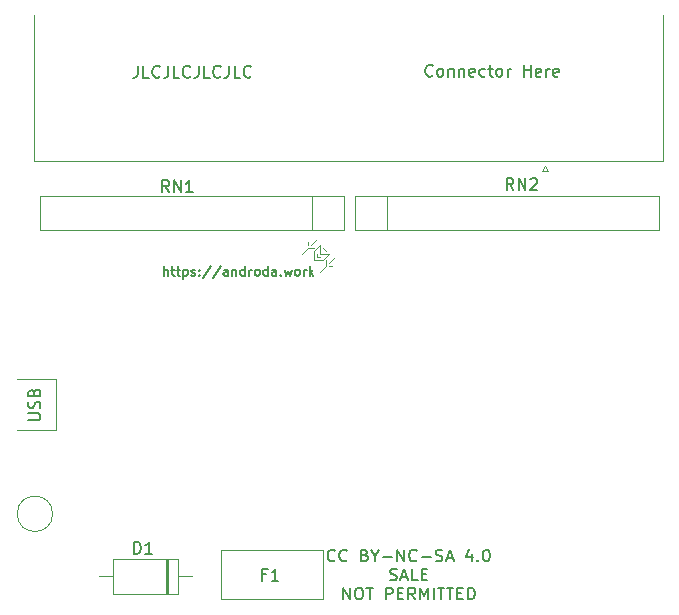
<source format=gbr>
%TF.GenerationSoftware,KiCad,Pcbnew,6.0.5-a6ca702e91~116~ubuntu21.10.1*%
%TF.CreationDate,2022-08-24T06:01:09-06:00*%
%TF.ProjectId,DB25m_F4Lite_THTV1_1,44423235-6d5f-4463-944c-6974655f5448,rev?*%
%TF.SameCoordinates,Original*%
%TF.FileFunction,Legend,Top*%
%TF.FilePolarity,Positive*%
%FSLAX46Y46*%
G04 Gerber Fmt 4.6, Leading zero omitted, Abs format (unit mm)*
G04 Created by KiCad (PCBNEW 6.0.5-a6ca702e91~116~ubuntu21.10.1) date 2022-08-24 06:01:09*
%MOMM*%
%LPD*%
G01*
G04 APERTURE LIST*
%ADD10C,0.150000*%
%ADD11C,0.120000*%
G04 APERTURE END LIST*
D10*
X142966190Y-47187142D02*
X142918571Y-47234761D01*
X142775714Y-47282380D01*
X142680476Y-47282380D01*
X142537619Y-47234761D01*
X142442380Y-47139523D01*
X142394761Y-47044285D01*
X142347142Y-46853809D01*
X142347142Y-46710952D01*
X142394761Y-46520476D01*
X142442380Y-46425238D01*
X142537619Y-46330000D01*
X142680476Y-46282380D01*
X142775714Y-46282380D01*
X142918571Y-46330000D01*
X142966190Y-46377619D01*
X143537619Y-47282380D02*
X143442380Y-47234761D01*
X143394761Y-47187142D01*
X143347142Y-47091904D01*
X143347142Y-46806190D01*
X143394761Y-46710952D01*
X143442380Y-46663333D01*
X143537619Y-46615714D01*
X143680476Y-46615714D01*
X143775714Y-46663333D01*
X143823333Y-46710952D01*
X143870952Y-46806190D01*
X143870952Y-47091904D01*
X143823333Y-47187142D01*
X143775714Y-47234761D01*
X143680476Y-47282380D01*
X143537619Y-47282380D01*
X144299523Y-46615714D02*
X144299523Y-47282380D01*
X144299523Y-46710952D02*
X144347142Y-46663333D01*
X144442380Y-46615714D01*
X144585238Y-46615714D01*
X144680476Y-46663333D01*
X144728095Y-46758571D01*
X144728095Y-47282380D01*
X145204285Y-46615714D02*
X145204285Y-47282380D01*
X145204285Y-46710952D02*
X145251904Y-46663333D01*
X145347142Y-46615714D01*
X145490000Y-46615714D01*
X145585238Y-46663333D01*
X145632857Y-46758571D01*
X145632857Y-47282380D01*
X146490000Y-47234761D02*
X146394761Y-47282380D01*
X146204285Y-47282380D01*
X146109047Y-47234761D01*
X146061428Y-47139523D01*
X146061428Y-46758571D01*
X146109047Y-46663333D01*
X146204285Y-46615714D01*
X146394761Y-46615714D01*
X146490000Y-46663333D01*
X146537619Y-46758571D01*
X146537619Y-46853809D01*
X146061428Y-46949047D01*
X147394761Y-47234761D02*
X147299523Y-47282380D01*
X147109047Y-47282380D01*
X147013809Y-47234761D01*
X146966190Y-47187142D01*
X146918571Y-47091904D01*
X146918571Y-46806190D01*
X146966190Y-46710952D01*
X147013809Y-46663333D01*
X147109047Y-46615714D01*
X147299523Y-46615714D01*
X147394761Y-46663333D01*
X147680476Y-46615714D02*
X148061428Y-46615714D01*
X147823333Y-46282380D02*
X147823333Y-47139523D01*
X147870952Y-47234761D01*
X147966190Y-47282380D01*
X148061428Y-47282380D01*
X148537619Y-47282380D02*
X148442380Y-47234761D01*
X148394761Y-47187142D01*
X148347142Y-47091904D01*
X148347142Y-46806190D01*
X148394761Y-46710952D01*
X148442380Y-46663333D01*
X148537619Y-46615714D01*
X148680476Y-46615714D01*
X148775714Y-46663333D01*
X148823333Y-46710952D01*
X148870952Y-46806190D01*
X148870952Y-47091904D01*
X148823333Y-47187142D01*
X148775714Y-47234761D01*
X148680476Y-47282380D01*
X148537619Y-47282380D01*
X149299523Y-47282380D02*
X149299523Y-46615714D01*
X149299523Y-46806190D02*
X149347142Y-46710952D01*
X149394761Y-46663333D01*
X149490000Y-46615714D01*
X149585238Y-46615714D01*
X150680476Y-47282380D02*
X150680476Y-46282380D01*
X150680476Y-46758571D02*
X151251904Y-46758571D01*
X151251904Y-47282380D02*
X151251904Y-46282380D01*
X152109047Y-47234761D02*
X152013809Y-47282380D01*
X151823333Y-47282380D01*
X151728095Y-47234761D01*
X151680476Y-47139523D01*
X151680476Y-46758571D01*
X151728095Y-46663333D01*
X151823333Y-46615714D01*
X152013809Y-46615714D01*
X152109047Y-46663333D01*
X152156666Y-46758571D01*
X152156666Y-46853809D01*
X151680476Y-46949047D01*
X152585238Y-47282380D02*
X152585238Y-46615714D01*
X152585238Y-46806190D02*
X152632857Y-46710952D01*
X152680476Y-46663333D01*
X152775714Y-46615714D01*
X152870952Y-46615714D01*
X153585238Y-47234761D02*
X153490000Y-47282380D01*
X153299523Y-47282380D01*
X153204285Y-47234761D01*
X153156666Y-47139523D01*
X153156666Y-46758571D01*
X153204285Y-46663333D01*
X153299523Y-46615714D01*
X153490000Y-46615714D01*
X153585238Y-46663333D01*
X153632857Y-46758571D01*
X153632857Y-46853809D01*
X153156666Y-46949047D01*
X134691904Y-88237142D02*
X134644285Y-88284761D01*
X134501428Y-88332380D01*
X134406190Y-88332380D01*
X134263333Y-88284761D01*
X134168095Y-88189523D01*
X134120476Y-88094285D01*
X134072857Y-87903809D01*
X134072857Y-87760952D01*
X134120476Y-87570476D01*
X134168095Y-87475238D01*
X134263333Y-87380000D01*
X134406190Y-87332380D01*
X134501428Y-87332380D01*
X134644285Y-87380000D01*
X134691904Y-87427619D01*
X135691904Y-88237142D02*
X135644285Y-88284761D01*
X135501428Y-88332380D01*
X135406190Y-88332380D01*
X135263333Y-88284761D01*
X135168095Y-88189523D01*
X135120476Y-88094285D01*
X135072857Y-87903809D01*
X135072857Y-87760952D01*
X135120476Y-87570476D01*
X135168095Y-87475238D01*
X135263333Y-87380000D01*
X135406190Y-87332380D01*
X135501428Y-87332380D01*
X135644285Y-87380000D01*
X135691904Y-87427619D01*
X137215714Y-87808571D02*
X137358571Y-87856190D01*
X137406190Y-87903809D01*
X137453809Y-87999047D01*
X137453809Y-88141904D01*
X137406190Y-88237142D01*
X137358571Y-88284761D01*
X137263333Y-88332380D01*
X136882380Y-88332380D01*
X136882380Y-87332380D01*
X137215714Y-87332380D01*
X137310952Y-87380000D01*
X137358571Y-87427619D01*
X137406190Y-87522857D01*
X137406190Y-87618095D01*
X137358571Y-87713333D01*
X137310952Y-87760952D01*
X137215714Y-87808571D01*
X136882380Y-87808571D01*
X138072857Y-87856190D02*
X138072857Y-88332380D01*
X137739523Y-87332380D02*
X138072857Y-87856190D01*
X138406190Y-87332380D01*
X138739523Y-87951428D02*
X139501428Y-87951428D01*
X139977619Y-88332380D02*
X139977619Y-87332380D01*
X140549047Y-88332380D01*
X140549047Y-87332380D01*
X141596666Y-88237142D02*
X141549047Y-88284761D01*
X141406190Y-88332380D01*
X141310952Y-88332380D01*
X141168095Y-88284761D01*
X141072857Y-88189523D01*
X141025238Y-88094285D01*
X140977619Y-87903809D01*
X140977619Y-87760952D01*
X141025238Y-87570476D01*
X141072857Y-87475238D01*
X141168095Y-87380000D01*
X141310952Y-87332380D01*
X141406190Y-87332380D01*
X141549047Y-87380000D01*
X141596666Y-87427619D01*
X142025238Y-87951428D02*
X142787142Y-87951428D01*
X143215714Y-88284761D02*
X143358571Y-88332380D01*
X143596666Y-88332380D01*
X143691904Y-88284761D01*
X143739523Y-88237142D01*
X143787142Y-88141904D01*
X143787142Y-88046666D01*
X143739523Y-87951428D01*
X143691904Y-87903809D01*
X143596666Y-87856190D01*
X143406190Y-87808571D01*
X143310952Y-87760952D01*
X143263333Y-87713333D01*
X143215714Y-87618095D01*
X143215714Y-87522857D01*
X143263333Y-87427619D01*
X143310952Y-87380000D01*
X143406190Y-87332380D01*
X143644285Y-87332380D01*
X143787142Y-87380000D01*
X144168095Y-88046666D02*
X144644285Y-88046666D01*
X144072857Y-88332380D02*
X144406190Y-87332380D01*
X144739523Y-88332380D01*
X146263333Y-87665714D02*
X146263333Y-88332380D01*
X146025238Y-87284761D02*
X145787142Y-87999047D01*
X146406190Y-87999047D01*
X146787142Y-88237142D02*
X146834761Y-88284761D01*
X146787142Y-88332380D01*
X146739523Y-88284761D01*
X146787142Y-88237142D01*
X146787142Y-88332380D01*
X147453809Y-87332380D02*
X147549047Y-87332380D01*
X147644285Y-87380000D01*
X147691904Y-87427619D01*
X147739523Y-87522857D01*
X147787142Y-87713333D01*
X147787142Y-87951428D01*
X147739523Y-88141904D01*
X147691904Y-88237142D01*
X147644285Y-88284761D01*
X147549047Y-88332380D01*
X147453809Y-88332380D01*
X147358571Y-88284761D01*
X147310952Y-88237142D01*
X147263333Y-88141904D01*
X147215714Y-87951428D01*
X147215714Y-87713333D01*
X147263333Y-87522857D01*
X147310952Y-87427619D01*
X147358571Y-87380000D01*
X147453809Y-87332380D01*
X139358571Y-89894761D02*
X139501428Y-89942380D01*
X139739523Y-89942380D01*
X139834761Y-89894761D01*
X139882380Y-89847142D01*
X139930000Y-89751904D01*
X139930000Y-89656666D01*
X139882380Y-89561428D01*
X139834761Y-89513809D01*
X139739523Y-89466190D01*
X139549047Y-89418571D01*
X139453809Y-89370952D01*
X139406190Y-89323333D01*
X139358571Y-89228095D01*
X139358571Y-89132857D01*
X139406190Y-89037619D01*
X139453809Y-88990000D01*
X139549047Y-88942380D01*
X139787142Y-88942380D01*
X139930000Y-88990000D01*
X140310952Y-89656666D02*
X140787142Y-89656666D01*
X140215714Y-89942380D02*
X140549047Y-88942380D01*
X140882380Y-89942380D01*
X141691904Y-89942380D02*
X141215714Y-89942380D01*
X141215714Y-88942380D01*
X142025238Y-89418571D02*
X142358571Y-89418571D01*
X142501428Y-89942380D02*
X142025238Y-89942380D01*
X142025238Y-88942380D01*
X142501428Y-88942380D01*
X135382380Y-91552380D02*
X135382380Y-90552380D01*
X135953809Y-91552380D01*
X135953809Y-90552380D01*
X136620476Y-90552380D02*
X136810952Y-90552380D01*
X136906190Y-90600000D01*
X137001428Y-90695238D01*
X137049047Y-90885714D01*
X137049047Y-91219047D01*
X137001428Y-91409523D01*
X136906190Y-91504761D01*
X136810952Y-91552380D01*
X136620476Y-91552380D01*
X136525238Y-91504761D01*
X136430000Y-91409523D01*
X136382380Y-91219047D01*
X136382380Y-90885714D01*
X136430000Y-90695238D01*
X136525238Y-90600000D01*
X136620476Y-90552380D01*
X137334761Y-90552380D02*
X137906190Y-90552380D01*
X137620476Y-91552380D02*
X137620476Y-90552380D01*
X139001428Y-91552380D02*
X139001428Y-90552380D01*
X139382380Y-90552380D01*
X139477619Y-90600000D01*
X139525238Y-90647619D01*
X139572857Y-90742857D01*
X139572857Y-90885714D01*
X139525238Y-90980952D01*
X139477619Y-91028571D01*
X139382380Y-91076190D01*
X139001428Y-91076190D01*
X140001428Y-91028571D02*
X140334761Y-91028571D01*
X140477619Y-91552380D02*
X140001428Y-91552380D01*
X140001428Y-90552380D01*
X140477619Y-90552380D01*
X141477619Y-91552380D02*
X141144285Y-91076190D01*
X140906190Y-91552380D02*
X140906190Y-90552380D01*
X141287142Y-90552380D01*
X141382380Y-90600000D01*
X141430000Y-90647619D01*
X141477619Y-90742857D01*
X141477619Y-90885714D01*
X141430000Y-90980952D01*
X141382380Y-91028571D01*
X141287142Y-91076190D01*
X140906190Y-91076190D01*
X141906190Y-91552380D02*
X141906190Y-90552380D01*
X142239523Y-91266666D01*
X142572857Y-90552380D01*
X142572857Y-91552380D01*
X143049047Y-91552380D02*
X143049047Y-90552380D01*
X143382380Y-90552380D02*
X143953809Y-90552380D01*
X143668095Y-91552380D02*
X143668095Y-90552380D01*
X144144285Y-90552380D02*
X144715714Y-90552380D01*
X144430000Y-91552380D02*
X144430000Y-90552380D01*
X145049047Y-91028571D02*
X145382380Y-91028571D01*
X145525238Y-91552380D02*
X145049047Y-91552380D01*
X145049047Y-90552380D01*
X145525238Y-90552380D01*
X145953809Y-91552380D02*
X145953809Y-90552380D01*
X146191904Y-90552380D01*
X146334761Y-90600000D01*
X146430000Y-90695238D01*
X146477619Y-90790476D01*
X146525238Y-90980952D01*
X146525238Y-91123809D01*
X146477619Y-91314285D01*
X146430000Y-91409523D01*
X146334761Y-91504761D01*
X146191904Y-91552380D01*
X145953809Y-91552380D01*
X120210098Y-64151464D02*
X120210098Y-63351464D01*
X120552955Y-64151464D02*
X120552955Y-63732417D01*
X120514860Y-63656226D01*
X120438669Y-63618131D01*
X120324383Y-63618131D01*
X120248193Y-63656226D01*
X120210098Y-63694321D01*
X120819621Y-63618131D02*
X121124383Y-63618131D01*
X120933907Y-63351464D02*
X120933907Y-64037179D01*
X120972002Y-64113369D01*
X121048193Y-64151464D01*
X121124383Y-64151464D01*
X121276764Y-63618131D02*
X121581526Y-63618131D01*
X121391050Y-63351464D02*
X121391050Y-64037179D01*
X121429145Y-64113369D01*
X121505336Y-64151464D01*
X121581526Y-64151464D01*
X121848193Y-63618131D02*
X121848193Y-64418131D01*
X121848193Y-63656226D02*
X121924383Y-63618131D01*
X122076764Y-63618131D01*
X122152955Y-63656226D01*
X122191050Y-63694321D01*
X122229145Y-63770512D01*
X122229145Y-63999083D01*
X122191050Y-64075274D01*
X122152955Y-64113369D01*
X122076764Y-64151464D01*
X121924383Y-64151464D01*
X121848193Y-64113369D01*
X122533907Y-64113369D02*
X122610098Y-64151464D01*
X122762479Y-64151464D01*
X122838669Y-64113369D01*
X122876764Y-64037179D01*
X122876764Y-63999083D01*
X122838669Y-63922893D01*
X122762479Y-63884798D01*
X122648193Y-63884798D01*
X122572002Y-63846702D01*
X122533907Y-63770512D01*
X122533907Y-63732417D01*
X122572002Y-63656226D01*
X122648193Y-63618131D01*
X122762479Y-63618131D01*
X122838669Y-63656226D01*
X123219621Y-64075274D02*
X123257717Y-64113369D01*
X123219621Y-64151464D01*
X123181526Y-64113369D01*
X123219621Y-64075274D01*
X123219621Y-64151464D01*
X123219621Y-63656226D02*
X123257717Y-63694321D01*
X123219621Y-63732417D01*
X123181526Y-63694321D01*
X123219621Y-63656226D01*
X123219621Y-63732417D01*
X124172002Y-63313369D02*
X123486288Y-64341940D01*
X125010098Y-63313369D02*
X124324383Y-64341940D01*
X125619621Y-64151464D02*
X125619621Y-63732417D01*
X125581526Y-63656226D01*
X125505336Y-63618131D01*
X125352955Y-63618131D01*
X125276764Y-63656226D01*
X125619621Y-64113369D02*
X125543431Y-64151464D01*
X125352955Y-64151464D01*
X125276764Y-64113369D01*
X125238669Y-64037179D01*
X125238669Y-63960988D01*
X125276764Y-63884798D01*
X125352955Y-63846702D01*
X125543431Y-63846702D01*
X125619621Y-63808607D01*
X126000574Y-63618131D02*
X126000574Y-64151464D01*
X126000574Y-63694321D02*
X126038669Y-63656226D01*
X126114860Y-63618131D01*
X126229145Y-63618131D01*
X126305336Y-63656226D01*
X126343431Y-63732417D01*
X126343431Y-64151464D01*
X127067240Y-64151464D02*
X127067240Y-63351464D01*
X127067240Y-64113369D02*
X126991050Y-64151464D01*
X126838669Y-64151464D01*
X126762479Y-64113369D01*
X126724383Y-64075274D01*
X126686288Y-63999083D01*
X126686288Y-63770512D01*
X126724383Y-63694321D01*
X126762479Y-63656226D01*
X126838669Y-63618131D01*
X126991050Y-63618131D01*
X127067240Y-63656226D01*
X127448193Y-64151464D02*
X127448193Y-63618131D01*
X127448193Y-63770512D02*
X127486288Y-63694321D01*
X127524383Y-63656226D01*
X127600574Y-63618131D01*
X127676764Y-63618131D01*
X128057717Y-64151464D02*
X127981526Y-64113369D01*
X127943431Y-64075274D01*
X127905336Y-63999083D01*
X127905336Y-63770512D01*
X127943431Y-63694321D01*
X127981526Y-63656226D01*
X128057717Y-63618131D01*
X128172002Y-63618131D01*
X128248193Y-63656226D01*
X128286288Y-63694321D01*
X128324383Y-63770512D01*
X128324383Y-63999083D01*
X128286288Y-64075274D01*
X128248193Y-64113369D01*
X128172002Y-64151464D01*
X128057717Y-64151464D01*
X129010098Y-64151464D02*
X129010098Y-63351464D01*
X129010098Y-64113369D02*
X128933907Y-64151464D01*
X128781526Y-64151464D01*
X128705336Y-64113369D01*
X128667240Y-64075274D01*
X128629145Y-63999083D01*
X128629145Y-63770512D01*
X128667240Y-63694321D01*
X128705336Y-63656226D01*
X128781526Y-63618131D01*
X128933907Y-63618131D01*
X129010098Y-63656226D01*
X129733907Y-64151464D02*
X129733907Y-63732417D01*
X129695812Y-63656226D01*
X129619621Y-63618131D01*
X129467240Y-63618131D01*
X129391050Y-63656226D01*
X129733907Y-64113369D02*
X129657717Y-64151464D01*
X129467240Y-64151464D01*
X129391050Y-64113369D01*
X129352955Y-64037179D01*
X129352955Y-63960988D01*
X129391050Y-63884798D01*
X129467240Y-63846702D01*
X129657717Y-63846702D01*
X129733907Y-63808607D01*
X130114860Y-64075274D02*
X130152955Y-64113369D01*
X130114860Y-64151464D01*
X130076764Y-64113369D01*
X130114860Y-64075274D01*
X130114860Y-64151464D01*
X130419621Y-63618131D02*
X130572002Y-64151464D01*
X130724383Y-63770512D01*
X130876764Y-64151464D01*
X131029145Y-63618131D01*
X131448193Y-64151464D02*
X131372002Y-64113369D01*
X131333907Y-64075274D01*
X131295812Y-63999083D01*
X131295812Y-63770512D01*
X131333907Y-63694321D01*
X131372002Y-63656226D01*
X131448193Y-63618131D01*
X131562479Y-63618131D01*
X131638669Y-63656226D01*
X131676764Y-63694321D01*
X131714860Y-63770512D01*
X131714860Y-63999083D01*
X131676764Y-64075274D01*
X131638669Y-64113369D01*
X131562479Y-64151464D01*
X131448193Y-64151464D01*
X132057717Y-64151464D02*
X132057717Y-63618131D01*
X132057717Y-63770512D02*
X132095812Y-63694321D01*
X132133907Y-63656226D01*
X132210098Y-63618131D01*
X132286288Y-63618131D01*
X132552955Y-64151464D02*
X132552955Y-63351464D01*
X132629145Y-63846702D02*
X132857717Y-64151464D01*
X132857717Y-63618131D02*
X132552955Y-63922893D01*
X118001992Y-46366180D02*
X118001992Y-47080466D01*
X117954373Y-47223323D01*
X117859135Y-47318561D01*
X117716278Y-47366180D01*
X117621040Y-47366180D01*
X118954373Y-47366180D02*
X118478182Y-47366180D01*
X118478182Y-46366180D01*
X119859135Y-47270942D02*
X119811516Y-47318561D01*
X119668659Y-47366180D01*
X119573420Y-47366180D01*
X119430563Y-47318561D01*
X119335325Y-47223323D01*
X119287706Y-47128085D01*
X119240087Y-46937609D01*
X119240087Y-46794752D01*
X119287706Y-46604276D01*
X119335325Y-46509038D01*
X119430563Y-46413800D01*
X119573420Y-46366180D01*
X119668659Y-46366180D01*
X119811516Y-46413800D01*
X119859135Y-46461419D01*
X120573420Y-46366180D02*
X120573420Y-47080466D01*
X120525801Y-47223323D01*
X120430563Y-47318561D01*
X120287706Y-47366180D01*
X120192468Y-47366180D01*
X121525801Y-47366180D02*
X121049611Y-47366180D01*
X121049611Y-46366180D01*
X122430563Y-47270942D02*
X122382944Y-47318561D01*
X122240087Y-47366180D01*
X122144849Y-47366180D01*
X122001992Y-47318561D01*
X121906754Y-47223323D01*
X121859135Y-47128085D01*
X121811516Y-46937609D01*
X121811516Y-46794752D01*
X121859135Y-46604276D01*
X121906754Y-46509038D01*
X122001992Y-46413800D01*
X122144849Y-46366180D01*
X122240087Y-46366180D01*
X122382944Y-46413800D01*
X122430563Y-46461419D01*
X123144849Y-46366180D02*
X123144849Y-47080466D01*
X123097230Y-47223323D01*
X123001992Y-47318561D01*
X122859135Y-47366180D01*
X122763897Y-47366180D01*
X124097230Y-47366180D02*
X123621040Y-47366180D01*
X123621040Y-46366180D01*
X125001992Y-47270942D02*
X124954373Y-47318561D01*
X124811516Y-47366180D01*
X124716278Y-47366180D01*
X124573420Y-47318561D01*
X124478182Y-47223323D01*
X124430563Y-47128085D01*
X124382944Y-46937609D01*
X124382944Y-46794752D01*
X124430563Y-46604276D01*
X124478182Y-46509038D01*
X124573420Y-46413800D01*
X124716278Y-46366180D01*
X124811516Y-46366180D01*
X124954373Y-46413800D01*
X125001992Y-46461419D01*
X125716278Y-46366180D02*
X125716278Y-47080466D01*
X125668659Y-47223323D01*
X125573420Y-47318561D01*
X125430563Y-47366180D01*
X125335325Y-47366180D01*
X126668659Y-47366180D02*
X126192468Y-47366180D01*
X126192468Y-46366180D01*
X127573420Y-47270942D02*
X127525801Y-47318561D01*
X127382944Y-47366180D01*
X127287706Y-47366180D01*
X127144849Y-47318561D01*
X127049611Y-47223323D01*
X127001992Y-47128085D01*
X126954373Y-46937609D01*
X126954373Y-46794752D01*
X127001992Y-46604276D01*
X127049611Y-46509038D01*
X127144849Y-46413800D01*
X127287706Y-46366180D01*
X127382944Y-46366180D01*
X127525801Y-46413800D01*
X127573420Y-46461419D01*
%TO.C,F1*%
X128851066Y-89438171D02*
X128517733Y-89438171D01*
X128517733Y-89961980D02*
X128517733Y-88961980D01*
X128993923Y-88961980D01*
X129898685Y-89961980D02*
X129327257Y-89961980D01*
X129612971Y-89961980D02*
X129612971Y-88961980D01*
X129517733Y-89104838D01*
X129422495Y-89200076D01*
X129327257Y-89247695D01*
%TO.C,RN1*%
X120655483Y-57061360D02*
X120322150Y-56585170D01*
X120084055Y-57061360D02*
X120084055Y-56061360D01*
X120465007Y-56061360D01*
X120560245Y-56108980D01*
X120607864Y-56156599D01*
X120655483Y-56251837D01*
X120655483Y-56394694D01*
X120607864Y-56489932D01*
X120560245Y-56537551D01*
X120465007Y-56585170D01*
X120084055Y-56585170D01*
X121084055Y-57061360D02*
X121084055Y-56061360D01*
X121655483Y-57061360D01*
X121655483Y-56061360D01*
X122655483Y-57061360D02*
X122084055Y-57061360D01*
X122369769Y-57061360D02*
X122369769Y-56061360D01*
X122274531Y-56204218D01*
X122179293Y-56299456D01*
X122084055Y-56347075D01*
%TO.C,RN2*%
X149801983Y-56883860D02*
X149468650Y-56407670D01*
X149230555Y-56883860D02*
X149230555Y-55883860D01*
X149611507Y-55883860D01*
X149706745Y-55931480D01*
X149754364Y-55979099D01*
X149801983Y-56074337D01*
X149801983Y-56217194D01*
X149754364Y-56312432D01*
X149706745Y-56360051D01*
X149611507Y-56407670D01*
X149230555Y-56407670D01*
X150230555Y-56883860D02*
X150230555Y-55883860D01*
X150801983Y-56883860D01*
X150801983Y-55883860D01*
X151230555Y-55979099D02*
X151278174Y-55931480D01*
X151373412Y-55883860D01*
X151611507Y-55883860D01*
X151706745Y-55931480D01*
X151754364Y-55979099D01*
X151801983Y-56074337D01*
X151801983Y-56169575D01*
X151754364Y-56312432D01*
X151182936Y-56883860D01*
X151801983Y-56883860D01*
%TO.C,D1*%
X117676704Y-87675980D02*
X117676704Y-86675980D01*
X117914800Y-86675980D01*
X118057657Y-86723600D01*
X118152895Y-86818838D01*
X118200514Y-86914076D01*
X118248133Y-87104552D01*
X118248133Y-87247409D01*
X118200514Y-87437885D01*
X118152895Y-87533123D01*
X118057657Y-87628361D01*
X117914800Y-87675980D01*
X117676704Y-87675980D01*
X119200514Y-87675980D02*
X118629085Y-87675980D01*
X118914800Y-87675980D02*
X118914800Y-86675980D01*
X118819561Y-86818838D01*
X118724323Y-86914076D01*
X118629085Y-86961695D01*
%TO.C,U2*%
X108737055Y-76368446D02*
X109546579Y-76368446D01*
X109641817Y-76320827D01*
X109689436Y-76273208D01*
X109737055Y-76177970D01*
X109737055Y-75987494D01*
X109689436Y-75892256D01*
X109641817Y-75844637D01*
X109546579Y-75797018D01*
X108737055Y-75797018D01*
X109689436Y-75368446D02*
X109737055Y-75225589D01*
X109737055Y-74987494D01*
X109689436Y-74892256D01*
X109641817Y-74844637D01*
X109546579Y-74797018D01*
X109451341Y-74797018D01*
X109356103Y-74844637D01*
X109308484Y-74892256D01*
X109260865Y-74987494D01*
X109213246Y-75177970D01*
X109165627Y-75273208D01*
X109118008Y-75320827D01*
X109022770Y-75368446D01*
X108927532Y-75368446D01*
X108832294Y-75320827D01*
X108784675Y-75273208D01*
X108737055Y-75177970D01*
X108737055Y-74939875D01*
X108784675Y-74797018D01*
X109213246Y-74035113D02*
X109260865Y-73892256D01*
X109308484Y-73844637D01*
X109403722Y-73797018D01*
X109546579Y-73797018D01*
X109641817Y-73844637D01*
X109689436Y-73892256D01*
X109737055Y-73987494D01*
X109737055Y-74368446D01*
X108737055Y-74368446D01*
X108737055Y-74035113D01*
X108784675Y-73939875D01*
X108832294Y-73892256D01*
X108927532Y-73844637D01*
X109022770Y-73844637D01*
X109118008Y-73892256D01*
X109165627Y-73939875D01*
X109213246Y-74035113D01*
X109213246Y-74368446D01*
D11*
%TO.C,F1*%
X125080000Y-91490000D02*
X133680000Y-91490000D01*
X133680000Y-87390000D02*
X133680000Y-91490000D01*
X125080000Y-87390000D02*
X125080000Y-91490000D01*
X125080000Y-87390000D02*
X133680000Y-87390000D01*
%TO.C,REF\u002A\u002A*%
X132935980Y-62842140D02*
X132935980Y-62080140D01*
X134205980Y-63096140D02*
X134713980Y-62588140D01*
X133189980Y-62334140D02*
X133189980Y-62588140D01*
X133189980Y-62588140D02*
X133443980Y-62588140D01*
X132427980Y-61826140D02*
X131919980Y-62334140D01*
X133443980Y-62334140D02*
X134205980Y-62334140D01*
X133697980Y-62842140D02*
X132935980Y-62842140D01*
X133443980Y-61572140D02*
X133443980Y-62334140D01*
X133951980Y-62842140D02*
X133951980Y-63350140D01*
X132427980Y-61572140D02*
X132427980Y-61318140D01*
X132681980Y-61572140D02*
X133189980Y-61064140D01*
X134205980Y-63350140D02*
X134459980Y-63350140D01*
X133697980Y-62842140D02*
X134205980Y-62334140D01*
X133951980Y-62080140D02*
X133697980Y-61826140D01*
X132935980Y-61826140D02*
X132427980Y-61826140D01*
X132935980Y-62080140D02*
X133443980Y-61572140D01*
X133951980Y-63350140D02*
X133443980Y-63858140D01*
%TO.C,RN1*%
X109682460Y-60231480D02*
X135422460Y-60231480D01*
X135422460Y-60231480D02*
X135422460Y-57431480D01*
X135422460Y-57431480D02*
X109682460Y-57431480D01*
X132712460Y-60231480D02*
X132712460Y-57431480D01*
X109682460Y-57431480D02*
X109682460Y-60231480D01*
%TO.C,RN2*%
X136352460Y-60231480D02*
X162092460Y-60231480D01*
X162092460Y-57431480D02*
X136352460Y-57431480D01*
X136352460Y-57431480D02*
X136352460Y-60231480D01*
X139062460Y-57431480D02*
X139062460Y-60231480D01*
X162092460Y-60231480D02*
X162092460Y-57431480D01*
%TO.C,D1*%
X120350000Y-91070000D02*
X120350000Y-88130000D01*
X121370000Y-91070000D02*
X121370000Y-88130000D01*
X120590000Y-91070000D02*
X120590000Y-88130000D01*
X120470000Y-91070000D02*
X120470000Y-88130000D01*
X121370000Y-88130000D02*
X115930000Y-88130000D01*
X115930000Y-91070000D02*
X121370000Y-91070000D01*
X122590000Y-89600000D02*
X121370000Y-89600000D01*
X115930000Y-88130000D02*
X115930000Y-91070000D01*
X114710000Y-89600000D02*
X115930000Y-89600000D01*
%TO.C,U2*%
X107760675Y-77189342D02*
X111062675Y-77189342D01*
X111062675Y-72871342D02*
X107760675Y-72871342D01*
X111062675Y-77189342D02*
X111062675Y-72871342D01*
X110784675Y-84301342D02*
G75*
G03*
X110784675Y-84301342I-1500000J0D01*
G01*
%TO.C,J6*%
X152450800Y-54856145D02*
X152700800Y-55289158D01*
X162440800Y-42054820D02*
X162440800Y-54394820D01*
X152700800Y-55289158D02*
X152200800Y-55289158D01*
X162440800Y-54394820D02*
X109220800Y-54394820D01*
X109220800Y-54394820D02*
X109220800Y-42054820D01*
X152200800Y-55289158D02*
X152450800Y-54856145D01*
%TD*%
M02*

</source>
